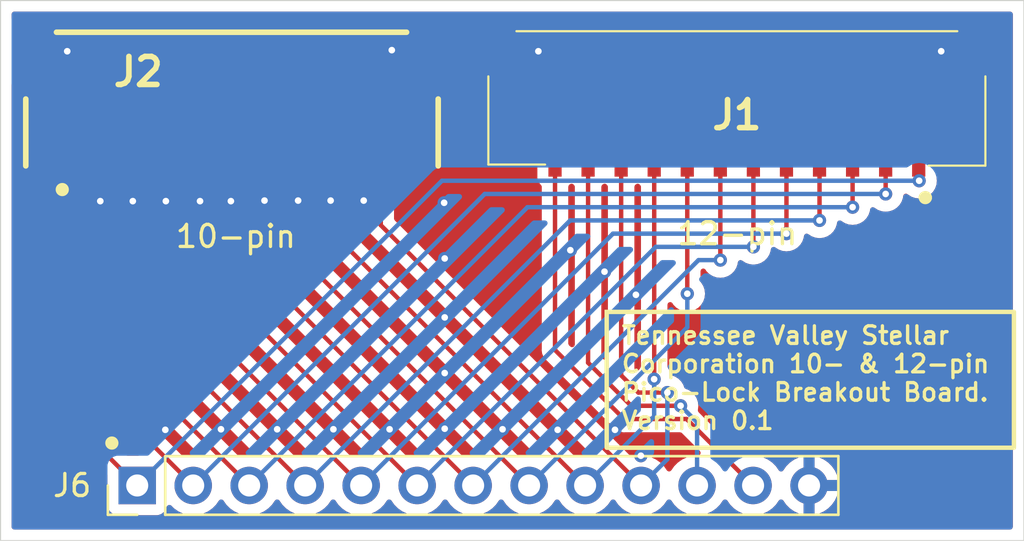
<source format=kicad_pcb>
(kicad_pcb (version 20221018) (generator pcbnew)
  (title_block (title "Pico-Lock Breakout Board") (date "2024-04-17") (rev "${PCB_VERSION}") (company "TVSC"))
  (layers (0 "F.Cu" signal) (31 "B.Cu" signal) (34 "B.Paste" user) (35 "F.Paste" user) (36 "B.SilkS" user "B.Silkscreen") (37 "F.SilkS" user "F.Silkscreen") (38 "B.Mask" user) (39 "F.Mask" user) (44 "Edge.Cuts" user))
  (property "PCB_VERSION" "0.1")
  (net 0 "")
  (net 1 "P1")
  (net 2 "P2")
  (net 3 "P3")
  (net 4 "P4")
  (net 5 "P5")
  (net 6 "P6")
  (net 7 "P7")
  (net 8 "P8")
  (net 9 "P9")
  (net 10 "P10")
  (net 11 "P11")
  (net 12 "P12")
  (net 13 "GND")
  (footprint "footprints:Molex_504050-1091" (layer "F.Cu") (at 140.76 132.87)
    (fp_text reference "J2" (at -11.003 -4.269) (layer "F.SilkS") (effects (font (size 1.27 1.27) (thickness 0.254))))
    (fp_text value "Molex_504050-1091" hide)
    (fp_text user "10-pin" (at -6.575 3.2 unlocked) (layer "F.SilkS"))
    (fp_line (start -16.105 -3.032) (end -16.105 0) (stroke (width 0.254)) (layer "F.SilkS"))
    (fp_line (start -14.712 -6.063) (end 1.17 -6.063) (stroke (width 0.254)) (layer "F.SilkS"))
    (fp_line (start 2.605 -3.032) (end 2.605 0) (stroke (width 0.254)) (layer "F.SilkS"))
    (pad "1" smd rect (at -13.5 0) (size 0.6 1) (layers "F.Cu" "F.Paste" "F.Mask") (net 1 "P1"))
    (pad "2" smd rect (at -12 0) (size 0.6 1) (layers "F.Cu" "F.Paste" "F.Mask") (net 2 "P2"))
    (pad "3" smd rect (at -10.5 0) (size 0.6 1) (layers "F.Cu" "F.Paste" "F.Mask") (net 3 "P3"))
    (pad "4" smd rect (at -9 0) (size 0.6 1) (layers "F.Cu" "F.Paste" "F.Mask") (net 4 "P4"))
    (pad "5" smd rect (at -7.5 0) (size 0.6 1) (layers "F.Cu" "F.Paste" "F.Mask") (net 5 "P5"))
    (pad "6" smd rect (at -6 0) (size 0.6 1) (layers "F.Cu" "F.Paste" "F.Mask") (net 6 "P6"))
    (pad "7" smd rect (at -4.5 0) (size 0.6 1) (layers "F.Cu" "F.Paste" "F.Mask") (net 7 "P7"))
    (pad "8" smd rect (at -3 0) (size 0.6 1) (layers "F.Cu" "F.Paste" "F.Mask") (net 8 "P8"))
    (pad "9" smd rect (at -1.5 0) (size 0.6 1) (layers "F.Cu" "F.Paste" "F.Mask") (net 9 "P9"))
    (pad "10" smd rect (at 0 0) (size 0.6 1) (layers "F.Cu" "F.Paste" "F.Mask") (net 10 "P10"))
    (pad "11" smd rect (at 2.605 -5.19) (size 1.25 1.8) (layers "F.Cu" "F.Paste" "F.Mask") (net 13 "GND"))
    (pad "12" smd rect (at -16.105 -5.19) (size 1.25 1.8) (layers "F.Cu" "F.Paste" "F.Mask") (net 13 "GND"))
  )
  (footprint "Connector_PinHeader_2.54mm:PinHeader_1x13_P2.54mm_Vertical" (layer "F.Cu") (at 129.71 147.37 90)
    (fp_text reference "J6" (at 0 -2.95 180) (layer "F.SilkS"))
    (fp_text value "Conn_01x13_Pin")
    (fp_line (start -1.33 -1.33) (end 0 -1.33) (stroke (width 0.12)) (layer "F.SilkS"))
    (fp_line (start -1.33 0) (end -1.33 -1.33) (stroke (width 0.12)) (layer "F.SilkS"))
    (fp_line (start -1.33 1.27) (end -1.33 31.81) (stroke (width 0.12)) (layer "F.SilkS"))
    (fp_line (start -1.33 1.27) (end 1.33 1.27) (stroke (width 0.12)) (layer "F.SilkS"))
    (fp_line (start -1.33 31.81) (end 1.33 31.81) (stroke (width 0.12)) (layer "F.SilkS"))
    (fp_line (start 1.33 1.27) (end 1.33 31.81) (stroke (width 0.12)) (layer "F.SilkS"))
    (pad "1" thru_hole rect (at 0 0 90) (size 1.7 1.7) (drill 1) (layers "*.Cu" "*.Mask") (net 1 "P1"))
    (pad "2" thru_hole oval (at 0 2.54 90) (size 1.7 1.7) (drill 1) (layers "*.Cu" "*.Mask") (net 2 "P2"))
    (pad "3" thru_hole oval (at 0 5.08 90) (size 1.7 1.7) (drill 1) (layers "*.Cu" "*.Mask") (net 3 "P3"))
    (pad "4" thru_hole oval (at 0 7.62 90) (size 1.7 1.7) (drill 1) (layers "*.Cu" "*.Mask") (net 4 "P4"))
    (pad "5" thru_hole oval (at 0 10.16 90) (size 1.7 1.7) (drill 1) (layers "*.Cu" "*.Mask") (net 5 "P5"))
    (pad "6" thru_hole oval (at 0 12.7 90) (size 1.7 1.7) (drill 1) (layers "*.Cu" "*.Mask") (net 6 "P6"))
    (pad "7" thru_hole oval (at 0 15.24 90) (size 1.7 1.7) (drill 1) (layers "*.Cu" "*.Mask") (net 7 "P7"))
    (pad "8" thru_hole oval (at 0 17.78 90) (size 1.7 1.7) (drill 1) (layers "*.Cu" "*.Mask") (net 8 "P8"))
    (pad "9" thru_hole oval (at 0 20.32 90) (size 1.7 1.7) (drill 1) (layers "*.Cu" "*.Mask") (net 9 "P9"))
    (pad "10" thru_hole oval (at 0 22.86 90) (size 1.7 1.7) (drill 1) (layers "*.Cu" "*.Mask") (net 10 "P10"))
    (pad "11" thru_hole oval (at 0 25.4 90) (size 1.7 1.7) (drill 1) (layers "*.Cu" "*.Mask") (net 11 "P11"))
    (pad "12" thru_hole oval (at 0 27.94 90) (size 1.7 1.7) (drill 1) (layers "*.Cu" "*.Mask") (net 12 "P12"))
    (pad "13" thru_hole oval (at 0 30.48 90) (size 1.7 1.7) (drill 1) (layers "*.Cu" "*.Mask") (net 13 "GND"))
  )
  (footprint "footprints:Molex_504050-1291" (layer "F.Cu") (at 156.915 129.81)
    (fp_text reference "J1" (at 0 0.75) (layer "F.SilkS") (effects (font (size 1.27 1.27) (thickness 0.254))))
    (fp_text value "Molex_504050-1291" hide)
    (fp_text user "12-pin" (at 0.02 6.135 unlocked) (layer "F.SilkS"))
    (fp_line (start -11.275 -1) (end -11.275 3) (stroke (width 0.1)) (layer "F.SilkS"))
    (fp_line (start -11.275 3) (end -8.7 3) (stroke (width 0.1)) (layer "F.SilkS"))
    (fp_line (start -10 -3.05) (end 10 -3.05) (stroke (width 0.1)) (layer "F.SilkS"))
    (fp_line (start 8.5 4.5) (end 8.5 4.5) (stroke (width 0.5)) (layer "F.SilkS"))
    (fp_line (start 8.6 4.5) (end 8.6 4.5) (stroke (width 0.5)) (layer "F.SilkS"))
    (fp_line (start 11.275 -1) (end 11.275 3.05) (stroke (width 0.1)) (layer "F.SilkS"))
    (fp_line (start 11.275 3.05) (end 8.7 3.05) (stroke (width 0.1)) (layer "F.SilkS"))
    (fp_arc (start 8.5 4.5) (mid 8.55 4.45) (end 8.6 4.5) (stroke (width 0.5)) (layer "F.SilkS"))
    (fp_arc (start 8.6 4.5) (mid 8.55 4.55) (end 8.5 4.5) (stroke (width 0.5)) (layer "F.SilkS"))
    (pad "1" smd rect (at 8.25 3.05) (size 0.6 1) (layers "F.Cu" "F.Paste" "F.Mask") (net 1 "P1"))
    (pad "2" smd rect (at 6.75 3.05) (size 0.6 1) (layers "F.Cu" "F.Paste" "F.Mask") (net 2 "P2"))
    (pad "3" smd rect (at 5.25 3.05) (size 0.6 1) (layers "F.Cu" "F.Paste" "F.Mask") (net 3 "P3"))
    (pad "4" smd rect (at 3.75 3.05) (size 0.6 1) (layers "F.Cu" "F.Paste" "F.Mask") (net 4 "P4"))
    (pad "5" smd rect (at 2.25 3.05) (size 0.6 1) (layers "F.Cu" "F.Paste" "F.Mask") (net 5 "P5"))
    (pad "6" smd rect (at 0.75 3.05) (size 0.6 1) (layers "F.Cu" "F.Paste" "F.Mask") (net 6 "P6"))
    (pad "7" smd rect (at -0.75 3.05) (size 0.6 1) (layers "F.Cu" "F.Paste" "F.Mask") (net 7 "P7"))
    (pad "8" smd rect (at -2.25 3.05) (size 0.6 1) (layers "F.Cu" "F.Paste" "F.Mask") (net 8 "P8"))
    (pad "9" smd rect (at -3.75 3.05) (size 0.6 1) (layers "F.Cu" "F.Paste" "F.Mask") (net 9 "P9"))
    (pad "10" smd rect (at -5.25 3.05) (size 0.6 1) (layers "F.Cu" "F.Paste" "F.Mask") (net 10 "P10"))
    (pad "11" smd rect (at -6.75 3.05) (size 0.6 1) (layers "F.Cu" "F.Paste" "F.Mask") (net 11 "P11"))
    (pad "12" smd rect (at -8.25 3.05) (size 0.6 1) (layers "F.Cu" "F.Paste" "F.Mask") (net 12 "P12"))
    (pad "MP1" smd rect (at -10.855 -2.14) (size 1.25 1.8) (layers "F.Cu" "F.Paste" "F.Mask") (net 13 "GND"))
    (pad "MP2" smd rect (at 10.855 -2.14) (size 1.25 1.8) (layers "F.Cu" "F.Paste" "F.Mask") (net 13 "GND"))
  )
  (gr_circle (center 128.56 145.445) (end 128.81 145.445) (stroke (width 0.1)) (fill solid) (layer "F.SilkS"))
  (gr_circle (center 126.31 133.945) (end 126.56 133.945) (stroke (width 0.1)) (fill solid) (layer "F.SilkS"))
  (gr_rect (start 123.51 125.37) (end 169.935 149.87) (stroke (width 0.05)) (fill none) (layer "Edge.Cuts"))
  (gr_text_box "Tennessee Valley Stellar Corporation 10- & 12-pin Pico-Lock Breakout Board. Version ${PCB_VERSION}\n" (start 151.01 139.495) (end 169.485 145.6575) (layer "F.SilkS") (effects (font (size 0.8 0.8) (thickness 0.15) bold) (justify left top)) (stroke (width 0.2)))
  (segment (start 127.26 132.87) (end 127.26 144.92) (width 0.2) (layer "F.Cu") (net 1))
  (segment (start 165.185 133.545) (end 165.165 133.525) (width 0.2) (layer "F.Cu") (net 1))
  (segment (start 127.26 144.92) (end 129.71 147.37) (width 0.2) (layer "F.Cu") (net 1))
  (segment (start 165.165 133.525) (end 165.165 132.86) (width 0.2) (layer "F.Cu") (net 1))
  (via (at 165.185 133.545) (size 0.6) (drill 0.3) (layers "F.Cu" "B.Cu") (net 1))
  (segment (start 165.185 133.545) (end 143.535 133.545) (width 0.2) (layer "B.Cu") (net 1))
  (segment (start 143.535 133.545) (end 129.71 147.37) (width 0.2) (layer "B.Cu") (net 1))
  (segment (start 128.76 143.88) (end 132.25 147.37) (width 0.2) (layer "F.Cu") (net 2))
  (segment (start 163.665 134.145) (end 163.665 132.86) (width 0.2) (layer "F.Cu") (net 2))
  (segment (start 128.76 132.87) (end 128.76 143.88) (width 0.2) (layer "F.Cu") (net 2))
  (via (at 163.665 134.145) (size 0.6) (drill 0.3) (layers "F.Cu" "B.Cu") (net 2))
  (segment (start 145.475 134.145) (end 132.25 147.37) (width 0.2) (layer "B.Cu") (net 2))
  (segment (start 163.665 134.145) (end 145.475 134.145) (width 0.2) (layer "B.Cu") (net 2))
  (segment (start 130.26 132.87) (end 130.26 142.84) (width 0.2) (layer "F.Cu") (net 3))
  (segment (start 162.165 134.745) (end 162.165 132.86) (width 0.2) (layer "F.Cu") (net 3))
  (segment (start 130.26 142.84) (end 134.79 147.37) (width 0.2) (layer "F.Cu") (net 3))
  (via (at 162.165 134.745) (size 0.6) (drill 0.3) (layers "F.Cu" "B.Cu") (net 3))
  (segment (start 147.415 134.745) (end 134.79 147.37) (width 0.2) (layer "B.Cu") (net 3))
  (segment (start 162.165 134.745) (end 147.415 134.745) (width 0.2) (layer "B.Cu") (net 3))
  (segment (start 131.76 132.87) (end 131.76 141.8) (width 0.2) (layer "F.Cu") (net 4))
  (segment (start 131.76 141.8) (end 137.33 147.37) (width 0.2) (layer "F.Cu") (net 4))
  (segment (start 160.665 135.345) (end 160.665 132.86) (width 0.2) (layer "F.Cu") (net 4))
  (via (at 160.665 135.345) (size 0.6) (drill 0.3) (layers "F.Cu" "B.Cu") (net 4))
  (segment (start 160.665 135.345) (end 149.355 135.345) (width 0.2) (layer "B.Cu") (net 4))
  (segment (start 149.355 135.345) (end 137.33 147.37) (width 0.2) (layer "B.Cu") (net 4))
  (segment (start 133.26 132.87) (end 133.26 140.76) (width 0.2) (layer "F.Cu") (net 5))
  (segment (start 133.26 140.76) (end 139.87 147.37) (width 0.2) (layer "F.Cu") (net 5))
  (segment (start 159.165 135.945) (end 159.165 132.86) (width 0.2) (layer "F.Cu") (net 5))
  (via (at 159.165 135.945) (size 0.6) (drill 0.3) (layers "F.Cu" "B.Cu") (net 5))
  (segment (start 159.165 135.945) (end 151.295 135.945) (width 0.2) (layer "B.Cu") (net 5))
  (segment (start 151.295 135.945) (end 139.87 147.37) (width 0.2) (layer "B.Cu") (net 5))
  (segment (start 134.76 132.87) (end 134.76 139.72) (width 0.2) (layer "F.Cu") (net 6))
  (segment (start 157.665 136.545) (end 157.665 132.86) (width 0.2) (layer "F.Cu") (net 6))
  (segment (start 134.76 139.72) (end 142.41 147.37) (width 0.2) (layer "F.Cu") (net 6))
  (via (at 157.665 136.545) (size 0.6) (drill 0.3) (layers "F.Cu" "B.Cu") (net 6))
  (segment (start 157.665 136.545) (end 153.235 136.545) (width 0.2) (layer "B.Cu") (net 6))
  (segment (start 153.235 136.545) (end 142.41 147.37) (width 0.2) (layer "B.Cu") (net 6))
  (segment (start 136.26 132.87) (end 136.26 138.68) (width 0.2) (layer "F.Cu") (net 7))
  (segment (start 156.165 137.145) (end 156.165 132.86) (width 0.2) (layer "F.Cu") (net 7))
  (segment (start 136.26 138.68) (end 144.95 147.37) (width 0.2) (layer "F.Cu") (net 7))
  (via (at 156.165 137.145) (size 0.6) (drill 0.3) (layers "F.Cu" "B.Cu") (net 7))
  (segment (start 156.165 137.145) (end 155.175 137.145) (width 0.2) (layer "B.Cu") (net 7))
  (segment (start 155.175 137.145) (end 144.95 147.37) (width 0.2) (layer "B.Cu") (net 7))
  (segment (start 137.76 132.87) (end 137.76 137.64) (width 0.2) (layer "F.Cu") (net 8))
  (segment (start 137.76 137.64) (end 147.49 147.37) (width 0.2) (layer "F.Cu") (net 8))
  (segment (start 154.665 138.668235) (end 154.665 132.86) (width 0.2) (layer "F.Cu") (net 8))
  (segment (start 154.666765 138.67) (end 154.665 138.668235) (width 0.2) (layer "F.Cu") (net 8))
  (via (at 154.666765 138.67) (size 0.6) (drill 0.3) (layers "F.Cu" "B.Cu") (net 8))
  (segment (start 154.666765 140.193235) (end 147.49 147.37) (width 0.2) (layer "B.Cu") (net 8))
  (segment (start 154.666765 138.67) (end 154.666765 140.193235) (width 0.2) (layer "B.Cu") (net 8))
  (segment (start 153.165 142.54353) (end 153.165 132.86) (width 0.2) (layer "F.Cu") (net 9))
  (segment (start 153.161765 142.546765) (end 153.165 142.54353) (width 0.2) (layer "F.Cu") (net 9))
  (segment (start 139.26 132.87) (end 139.26 136.6) (width 0.2) (layer "F.Cu") (net 9))
  (segment (start 139.26 136.6) (end 150.03 147.37) (width 0.2) (layer "F.Cu") (net 9))
  (via (at 153.161765 142.546765) (size 0.6) (drill 0.3) (layers "F.Cu" "B.Cu") (net 9))
  (segment (start 153.161765 144.238235) (end 150.03 147.37) (width 0.2) (layer "B.Cu") (net 9))
  (segment (start 153.161765 142.546765) (end 153.161765 144.238235) (width 0.2) (layer "B.Cu") (net 9))
  (segment (start 140.76 135.56) (end 152.57 147.37) (width 0.2) (layer "F.Cu") (net 10))
  (segment (start 152.44608 143.154609) (end 151.665 142.373529) (width 0.2) (layer "F.Cu") (net 10))
  (segment (start 151.665 142.373529) (end 151.665 132.86) (width 0.2) (layer "F.Cu") (net 10))
  (segment (start 140.76 132.87) (end 140.76 135.56) (width 0.2) (layer "F.Cu") (net 10))
  (segment (start 153.761765 143.154609) (end 152.44608 143.154609) (width 0.2) (layer "F.Cu") (net 10))
  (via (at 153.761765 143.154609) (size 0.6) (drill 0.3) (layers "F.Cu" "B.Cu") (net 10))
  (segment (start 153.761765 143.154609) (end 153.761765 146.178235) (width 0.2) (layer "B.Cu") (net 10))
  (segment (start 153.761765 146.178235) (end 152.57 147.37) (width 0.2) (layer "B.Cu") (net 10))
  (segment (start 154.361765 143.754609) (end 152.119609 143.754609) (width 0.2) (layer "F.Cu") (net 11))
  (segment (start 152.119609 143.754609) (end 150.165 141.8) (width 0.2) (layer "F.Cu") (net 11))
  (segment (start 150.165 141.8) (end 150.165 132.86) (width 0.2) (layer "F.Cu") (net 11))
  (via (at 154.361765 143.754609) (size 0.6) (drill 0.3) (layers "F.Cu" "B.Cu") (net 11))
  (segment (start 154.361765 143.754609) (end 155.11 144.502844) (width 0.2) (layer "B.Cu") (net 11))
  (segment (start 155.11 144.502844) (end 155.11 147.37) (width 0.2) (layer "B.Cu") (net 11))
  (segment (start 151.794609 144.354609) (end 154.634609 144.354609) (width 0.2) (layer "F.Cu") (net 12))
  (segment (start 148.665 132.86) (end 148.665 141.225) (width 0.2) (layer "F.Cu") (net 12))
  (segment (start 154.634609 144.354609) (end 157.65 147.37) (width 0.2) (layer "F.Cu") (net 12))
  (segment (start 148.665 141.225) (end 151.794609 144.354609) (width 0.2) (layer "F.Cu") (net 12))
  (via (at 133.96 134.47) (size 0.6) (drill 0.3) (layers "F.Cu" "B.Cu") (net 13))
  (via (at 139.985 134.445) (size 0.6) (drill 0.3) (layers "F.Cu" "B.Cu") (net 13))
  (via (at 166.185 127.67) (size 0.6) (drill 0.3) (layers "F.Cu" "B.Cu") (net 13))
  (via (at 135.485 134.445) (size 0.6) (drill 0.3) (layers "F.Cu" "B.Cu") (net 13))
  (via (at 132.56 134.47) (size 0.6) (drill 0.3) (layers "F.Cu" "B.Cu") (net 13))
  (via (at 143.66 139.745) (size 0.6) (drill 0.3) (layers "F.Cu" "B.Cu") (net 13))
  (via (at 128.035 134.47) (size 0.6) (drill 0.3) (layers "F.Cu" "B.Cu") (net 13))
  (via (at 152.559812 146.020036) (size 0.6) (drill 0.3) (layers "F.Cu" "B.Cu") (net 13))
  (via (at 143.66 142.27) (size 0.6) (drill 0.3) (layers "F.Cu" "B.Cu") (net 13))
  (via (at 149.36 136.695) (size 0.6) (drill 0.3) (layers "F.Cu" "B.Cu") (net 13))
  (via (at 150.91 137.67) (size 0.6) (drill 0.3) (layers "F.Cu" "B.Cu") (net 13))
  (via (at 136.06 144.82) (size 0.6) (drill 0.3) (layers "F.Cu" "B.Cu") (net 13))
  (via (at 143.66 144.795) (size 0.6) (drill 0.3) (layers "F.Cu" "B.Cu") (net 13))
  (via (at 133.51 144.82) (size 0.6) (drill 0.3) (layers "F.Cu" "B.Cu") (net 13))
  (via (at 143.635 134.545) (size 0.6) (drill 0.3) (layers "F.Cu" "B.Cu") (net 13))
  (via (at 148.785 144.845) (size 0.6) (drill 0.3) (layers "F.Cu" "B.Cu") (net 13))
  (via (at 138.61 144.82) (size 0.6) (drill 0.3) (layers "F.Cu" "B.Cu") (net 13))
  (via (at 146.285 144.82) (size 0.6) (drill 0.3) (layers "F.Cu" "B.Cu") (net 13))
  (via (at 130.985 144.845) (size 0.6) (drill 0.3) (layers "F.Cu" "B.Cu") (net 13))
  (via (at 137.01 134.445) (size 0.6) (drill 0.3) (layers "F.Cu" "B.Cu") (net 13))
  (via (at 141.26 127.62) (size 0.6) (drill 0.3) (layers "F.Cu" "B.Cu") (net 13))
  (via (at 129.51 134.47) (size 0.6) (drill 0.3) (layers "F.Cu" "B.Cu") (net 13))
  (via (at 147.91 127.67) (size 0.6) (drill 0.3) (layers "F.Cu" "B.Cu") (net 13))
  (via (at 141.16 144.82) (size 0.6) (drill 0.3) (layers "F.Cu" "B.Cu") (net 13))
  (via (at 138.485 134.445) (size 0.6) (drill 0.3) (layers "F.Cu" "B.Cu") (net 13))
  (via (at 151.385 144.845) (size 0.6) (drill 0.3) (layers "F.Cu" "B.Cu") (net 13))
  (via (at 131.01 134.47) (size 0.6) (drill 0.3) (layers "F.Cu" "B.Cu") (net 13))
  (via (at 143.66 137.07) (size 0.6) (drill 0.3) (layers "F.Cu" "B.Cu") (net 13))
  (via (at 152.335 138.72) (size 0.6) (drill 0.3) (layers "F.Cu" "B.Cu") (net 13))
  (via (at 126.535 127.67) (size 0.6) (drill 0.3) (layers "F.Cu" "B.Cu") (net 13))
  (zone (net 13) (net_name "GND") (layers "F&B.Cu") (connect_pads (clearance 0.5)) (min_thickness 0.25) (fill yes (thermal_gap 0.5) (thermal_bridge_width 0.5))
    (polygon (pts (xy 123.51 125.37) (xy 123.51 149.87) (xy 169.945 149.87) (xy 169.945 125.37)))
  )
)
</source>
